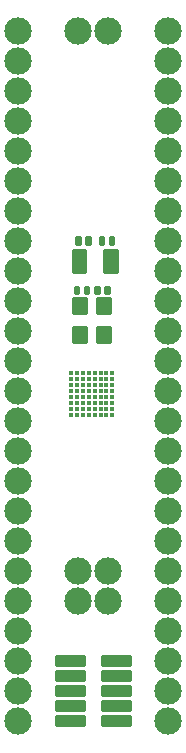
<source format=gts>
G75*
%MOIN*%
%OFA0B0*%
%FSLAX24Y24*%
%IPPOS*%
%LPD*%
%AMOC8*
5,1,8,0,0,1.08239X$1,22.5*
%
%ADD10C,0.0146*%
%ADD11C,0.0910*%
%ADD12C,0.0152*%
%ADD13C,0.0154*%
D10*
X003977Y010928D03*
X003977Y011125D03*
X003977Y011322D03*
X003977Y011519D03*
X003977Y011716D03*
X003977Y011913D03*
X003977Y012109D03*
X003977Y012306D03*
X004174Y012306D03*
X004174Y012109D03*
X004174Y011913D03*
X004174Y011716D03*
X004174Y011519D03*
X004174Y011322D03*
X004174Y011125D03*
X004174Y010928D03*
X004371Y010928D03*
X004371Y011125D03*
X004371Y011322D03*
X004371Y011519D03*
X004371Y011716D03*
X004371Y011913D03*
X004371Y012109D03*
X004371Y012306D03*
X004568Y012306D03*
X004568Y012109D03*
X004568Y011913D03*
X004568Y011716D03*
X004568Y011519D03*
X004568Y011322D03*
X004568Y011125D03*
X004568Y010928D03*
X004765Y010928D03*
X004765Y011125D03*
X004765Y011322D03*
X004765Y011519D03*
X004765Y011716D03*
X004765Y011913D03*
X004765Y012109D03*
X004765Y012306D03*
X004962Y012306D03*
X004962Y012109D03*
X004962Y011913D03*
X004962Y011716D03*
X004962Y011519D03*
X004962Y011322D03*
X004962Y011125D03*
X004962Y010928D03*
X005159Y010928D03*
X005159Y011125D03*
X005159Y011322D03*
X005159Y011519D03*
X005159Y011716D03*
X005159Y011913D03*
X005159Y012109D03*
X005159Y012306D03*
X005355Y012306D03*
X005355Y012109D03*
X005355Y011913D03*
X005355Y011716D03*
X005355Y011519D03*
X005355Y011322D03*
X005355Y011125D03*
X005355Y010928D03*
D11*
X002214Y000700D03*
X002214Y001700D03*
X002214Y002700D03*
X002214Y003700D03*
X002214Y004700D03*
X002214Y005700D03*
X002214Y006700D03*
X002214Y007700D03*
X002214Y008700D03*
X002214Y009700D03*
X002214Y010700D03*
X002214Y011700D03*
X002214Y012700D03*
X002214Y013700D03*
X002214Y014700D03*
X002214Y015700D03*
X002214Y016700D03*
X002214Y017700D03*
X002214Y018700D03*
X002214Y019700D03*
X002214Y020700D03*
X002214Y021700D03*
X002214Y022700D03*
X002214Y023700D03*
X004214Y023700D03*
X005214Y023700D03*
X007214Y023700D03*
X007214Y022700D03*
X007214Y021700D03*
X007214Y020700D03*
X007214Y019700D03*
X007214Y018700D03*
X007214Y017700D03*
X007214Y016700D03*
X007214Y015700D03*
X007214Y014700D03*
X007214Y013700D03*
X007214Y012700D03*
X007214Y011700D03*
X007214Y010700D03*
X007214Y009700D03*
X007214Y008700D03*
X007214Y007700D03*
X007214Y006700D03*
X007214Y005700D03*
X007214Y004700D03*
X007214Y003700D03*
X007214Y002700D03*
X007214Y001700D03*
X007214Y000700D03*
X005214Y004700D03*
X005214Y005700D03*
X004214Y005700D03*
X004214Y004700D03*
D12*
X004387Y002610D02*
X003505Y002610D01*
X003505Y002846D01*
X004387Y002846D01*
X004387Y002610D01*
X004387Y002761D02*
X003505Y002761D01*
X003505Y002110D02*
X004387Y002110D01*
X003505Y002110D02*
X003505Y002346D01*
X004387Y002346D01*
X004387Y002110D01*
X004387Y002261D02*
X003505Y002261D01*
X003505Y001610D02*
X004387Y001610D01*
X003505Y001610D02*
X003505Y001846D01*
X004387Y001846D01*
X004387Y001610D01*
X004387Y001761D02*
X003505Y001761D01*
X003505Y001110D02*
X004387Y001110D01*
X003505Y001110D02*
X003505Y001346D01*
X004387Y001346D01*
X004387Y001110D01*
X004387Y001261D02*
X003505Y001261D01*
X003505Y000610D02*
X004387Y000610D01*
X003505Y000610D02*
X003505Y000846D01*
X004387Y000846D01*
X004387Y000610D01*
X004387Y000761D02*
X003505Y000761D01*
X005040Y000610D02*
X005922Y000610D01*
X005040Y000610D02*
X005040Y000846D01*
X005922Y000846D01*
X005922Y000610D01*
X005922Y000761D02*
X005040Y000761D01*
X005040Y001110D02*
X005922Y001110D01*
X005040Y001110D02*
X005040Y001346D01*
X005922Y001346D01*
X005922Y001110D01*
X005922Y001261D02*
X005040Y001261D01*
X005040Y001610D02*
X005922Y001610D01*
X005040Y001610D02*
X005040Y001846D01*
X005922Y001846D01*
X005922Y001610D01*
X005922Y001761D02*
X005040Y001761D01*
X005040Y002110D02*
X005922Y002110D01*
X005040Y002110D02*
X005040Y002346D01*
X005922Y002346D01*
X005922Y002110D01*
X005922Y002261D02*
X005040Y002261D01*
X005040Y002610D02*
X005922Y002610D01*
X005040Y002610D02*
X005040Y002846D01*
X005922Y002846D01*
X005922Y002610D01*
X005922Y002761D02*
X005040Y002761D01*
D13*
X005239Y013368D02*
X005239Y013804D01*
X005239Y013368D02*
X004881Y013368D01*
X004881Y013804D01*
X005239Y013804D01*
X005239Y013521D02*
X004881Y013521D01*
X004881Y013674D02*
X005239Y013674D01*
X005239Y014352D02*
X005239Y014788D01*
X005239Y014352D02*
X004881Y014352D01*
X004881Y014788D01*
X005239Y014788D01*
X005239Y014505D02*
X004881Y014505D01*
X004881Y014658D02*
X005239Y014658D01*
X005203Y015146D02*
X005153Y015146D01*
X005203Y015146D02*
X005203Y014998D01*
X005153Y014998D01*
X005153Y015146D01*
X005107Y016368D02*
X005465Y016368D01*
X005465Y015724D01*
X005107Y015724D01*
X005107Y016368D01*
X005107Y015877D02*
X005465Y015877D01*
X005465Y016030D02*
X005107Y016030D01*
X005107Y016183D02*
X005465Y016183D01*
X005465Y016336D02*
X005107Y016336D01*
X005016Y016661D02*
X004966Y016661D01*
X004966Y016809D01*
X005016Y016809D01*
X005016Y016661D01*
X005301Y016661D02*
X005351Y016661D01*
X005301Y016661D02*
X005301Y016809D01*
X005351Y016809D01*
X005351Y016661D01*
X004869Y015146D02*
X004819Y015146D01*
X004869Y015146D02*
X004869Y014998D01*
X004819Y014998D01*
X004819Y015146D01*
X004514Y014998D02*
X004464Y014998D01*
X004464Y015146D01*
X004514Y015146D01*
X004514Y014998D01*
X004452Y014788D02*
X004452Y014352D01*
X004094Y014352D01*
X004094Y014788D01*
X004452Y014788D01*
X004452Y014505D02*
X004094Y014505D01*
X004094Y014658D02*
X004452Y014658D01*
X004180Y014998D02*
X004130Y014998D01*
X004130Y015146D01*
X004180Y015146D01*
X004180Y014998D01*
X004065Y016368D02*
X004423Y016368D01*
X004423Y015724D01*
X004065Y015724D01*
X004065Y016368D01*
X004065Y015877D02*
X004423Y015877D01*
X004423Y016030D02*
X004065Y016030D01*
X004065Y016183D02*
X004423Y016183D01*
X004423Y016336D02*
X004065Y016336D01*
X004179Y016809D02*
X004229Y016809D01*
X004229Y016661D01*
X004179Y016661D01*
X004179Y016809D01*
X004513Y016809D02*
X004563Y016809D01*
X004563Y016661D01*
X004513Y016661D01*
X004513Y016809D01*
X004452Y013804D02*
X004452Y013368D01*
X004094Y013368D01*
X004094Y013804D01*
X004452Y013804D01*
X004452Y013521D02*
X004094Y013521D01*
X004094Y013674D02*
X004452Y013674D01*
M02*

</source>
